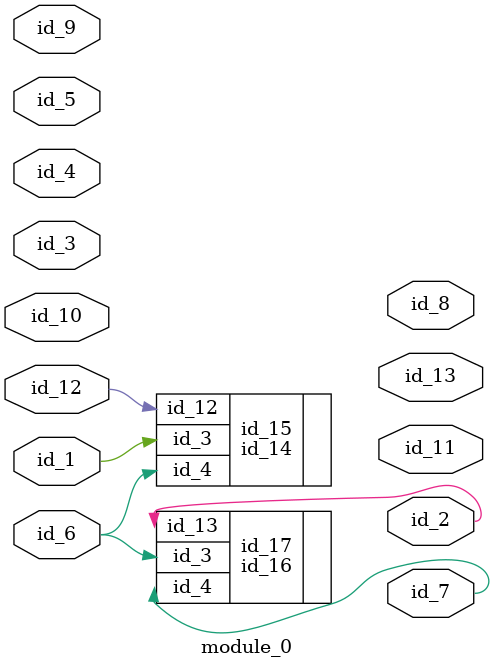
<source format=v>
module module_0 (
    id_1,
    id_2,
    id_3,
    id_4,
    id_5,
    id_6,
    id_7,
    id_8,
    id_9,
    id_10,
    id_11,
    id_12,
    id_13
);
  output id_13;
  input id_12;
  output id_11;
  input id_10;
  input id_9;
  output id_8;
  output id_7;
  input id_6;
  input id_5;
  input id_4;
  input id_3;
  output id_2;
  input id_1;
  id_14 id_15 (
      .id_3 (id_1),
      .id_4 (id_6),
      .id_12(id_12)
  );
  id_16 id_17 (
      .id_4 (id_7),
      .id_3 (id_6),
      .id_13(id_10),
      .id_13(id_2)
  );
endmodule

</source>
